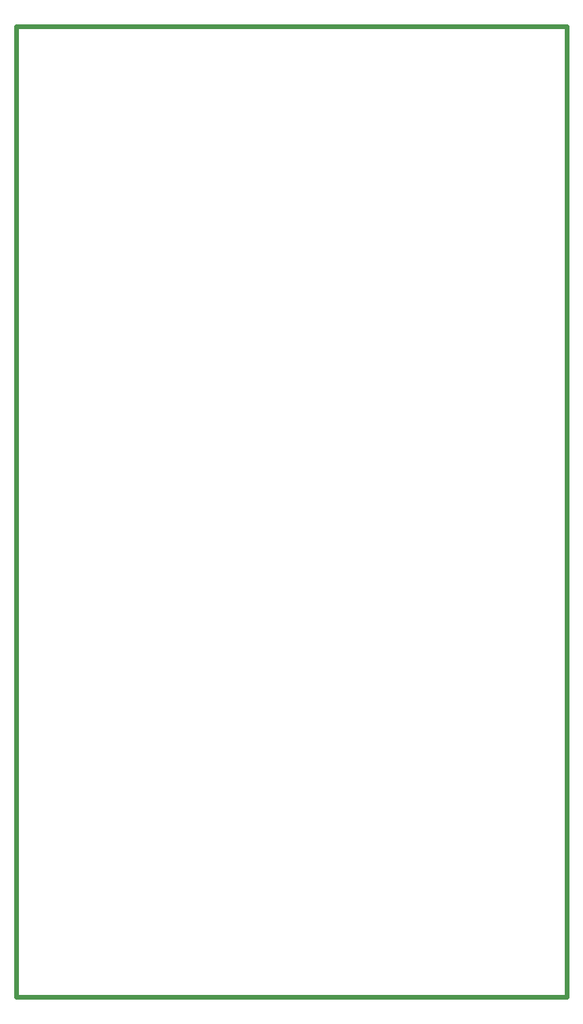
<source format=gbo>
G04 #@! TF.GenerationSoftware,KiCad,Pcbnew,(5.0.0-3-g5ebb6b6)*
G04 #@! TF.CreationDate,2018-10-24T08:18:16-07:00*
G04 #@! TF.ProjectId,HackPackv4,4861636B5061636B76342E6B69636164,rev?*
G04 #@! TF.SameCoordinates,Original*
G04 #@! TF.FileFunction,Legend,Bot*
G04 #@! TF.FilePolarity,Positive*
%FSLAX46Y46*%
G04 Gerber Fmt 4.6, Leading zero omitted, Abs format (unit mm)*
G04 Created by KiCad (PCBNEW (5.0.0-3-g5ebb6b6)) date Wednesday, October 24, 2018 at 08:18:16 AM*
%MOMM*%
%LPD*%
G01*
G04 APERTURE LIST*
%ADD10C,0.600000*%
%ADD11C,2.000000*%
%ADD12C,1.778000*%
%ADD13C,1.020000*%
%ADD14C,1.800000*%
%ADD15C,1.700000*%
%ADD16C,1.700000*%
G04 APERTURE END LIST*
D10*
X32250000Y-175750000D02*
X32250000Y-54250000D01*
X101250000Y-175750000D02*
X101250000Y-54250000D01*
X32225000Y-175750000D02*
X101225000Y-175750000D01*
X32225000Y-54250000D02*
X101225000Y-54250000D01*
%LPC*%
D11*
G04 #@! TO.C,SW1*
X79000000Y-125000000D03*
X79000000Y-129500000D03*
X72500000Y-125000000D03*
X72500000Y-129500000D03*
G04 #@! TD*
G04 #@! TO.C,SW3*
X91500000Y-120000000D03*
X91500000Y-124500000D03*
X85000000Y-120000000D03*
X85000000Y-124500000D03*
G04 #@! TD*
G04 #@! TO.C,SW2*
X79000000Y-137500000D03*
X79000000Y-142000000D03*
X72500000Y-137500000D03*
X72500000Y-142000000D03*
G04 #@! TD*
G04 #@! TO.C,SW4*
X91500000Y-132500000D03*
X91500000Y-137000000D03*
X85000000Y-132500000D03*
X85000000Y-137000000D03*
G04 #@! TD*
G04 #@! TO.C,SW6*
X104000000Y-115000000D03*
X104000000Y-119500000D03*
X97500000Y-115000000D03*
X97500000Y-119500000D03*
G04 #@! TD*
G04 #@! TO.C,SW7*
X104000000Y-127500000D03*
X104000000Y-132000000D03*
X97500000Y-127500000D03*
X97500000Y-132000000D03*
G04 #@! TD*
D12*
G04 #@! TO.C,U7*
X109730000Y-60990000D03*
X109730000Y-63530000D03*
X109730000Y-66070000D03*
X109730000Y-68610000D03*
X109730000Y-71150000D03*
X109730000Y-73690000D03*
X109730000Y-76230000D03*
X109730000Y-78770000D03*
X109730000Y-81310000D03*
X109730000Y-83850000D03*
X109730000Y-86390000D03*
X109730000Y-88930000D03*
X109730000Y-91470000D03*
X109730000Y-94010000D03*
G04 #@! TD*
D13*
G04 #@! TO.C,J1*
X90825000Y-153940000D03*
X88285000Y-153940000D03*
X85745000Y-153940000D03*
X83205000Y-153940000D03*
X80665000Y-153940000D03*
X78125000Y-153940000D03*
X75585000Y-153940000D03*
X73045000Y-153940000D03*
X70505000Y-153940000D03*
X67965000Y-153940000D03*
X65425000Y-153940000D03*
X62885000Y-153940000D03*
X60345000Y-153940000D03*
X57805000Y-153940000D03*
X55265000Y-153940000D03*
X52725000Y-153940000D03*
X50185000Y-153940000D03*
X47645000Y-153940000D03*
X45105000Y-153940000D03*
X42565000Y-153940000D03*
X90825000Y-151400000D03*
X88285000Y-151400000D03*
X85745000Y-151400000D03*
X83205000Y-151400000D03*
X80665000Y-151400000D03*
X78125000Y-151400000D03*
X75585000Y-151400000D03*
X73045000Y-151400000D03*
X70505000Y-151400000D03*
X67965000Y-151400000D03*
X65425000Y-151400000D03*
X62885000Y-151400000D03*
X60345000Y-151400000D03*
X57805000Y-151400000D03*
X55265000Y-151400000D03*
X52725000Y-151400000D03*
X50185000Y-151400000D03*
X47645000Y-151400000D03*
X45105000Y-151400000D03*
D14*
X89555000Y-152670000D03*
D13*
X42565000Y-151400000D03*
D14*
X43835000Y-152670000D03*
G04 #@! TD*
D15*
G04 #@! TO.C,J2*
X107315000Y-44450000D03*
X109111051Y-42653949D03*
D16*
X109111051Y-42653949D02*
X109111051Y-42653949D01*
D15*
X109111051Y-46246051D03*
D16*
X109111051Y-46246051D02*
X109111051Y-46246051D01*
D15*
X110907102Y-44450000D03*
D16*
X110907102Y-44450000D02*
X110907102Y-44450000D01*
G04 #@! TD*
D11*
G04 #@! TO.C,U8*
X30375000Y-140060000D03*
X28860000Y-121015000D03*
G04 #@! TD*
M02*

</source>
